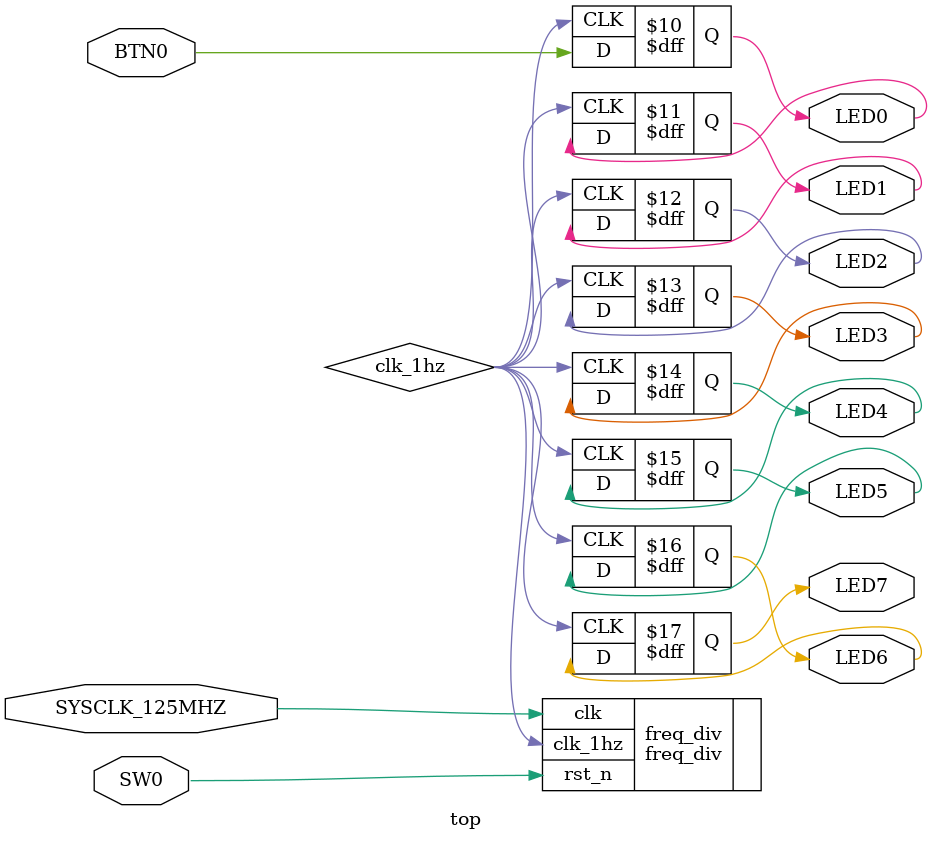
<source format=v>
module top(
	input	SYSCLK_125MHZ,
	input 	BTN0,
	input	SW0,
	output 	LED0,
	output 	LED1,
	output 	LED2,
	output 	LED3,
	output 	LED4,
	output 	LED5,
	output 	LED6,
	output 	LED7
);

freq_div freq_div(
      .clk(SYSCLK_125MHZ),
      .rst_n(SW0),
      .clk_1hz(clk_1hz)
);

reg LED0 = 0;
reg LED1 = 0;
reg LED2 = 0;
reg LED3 = 0;
reg LED4 = 0;
reg LED5 = 0;
reg LED6 = 0;
reg LED7 = 0;

always @(posedge clk_1hz)
begin
	LED0 <= BTN0;
	LED1 <= LED0;
	LED2 <= LED1;
	LED3 <= LED2;
	LED4 <= LED3;
	LED5 <= LED4;
	LED6 <= LED5;
	LED7 <= LED6;
end
endmodule
</source>
